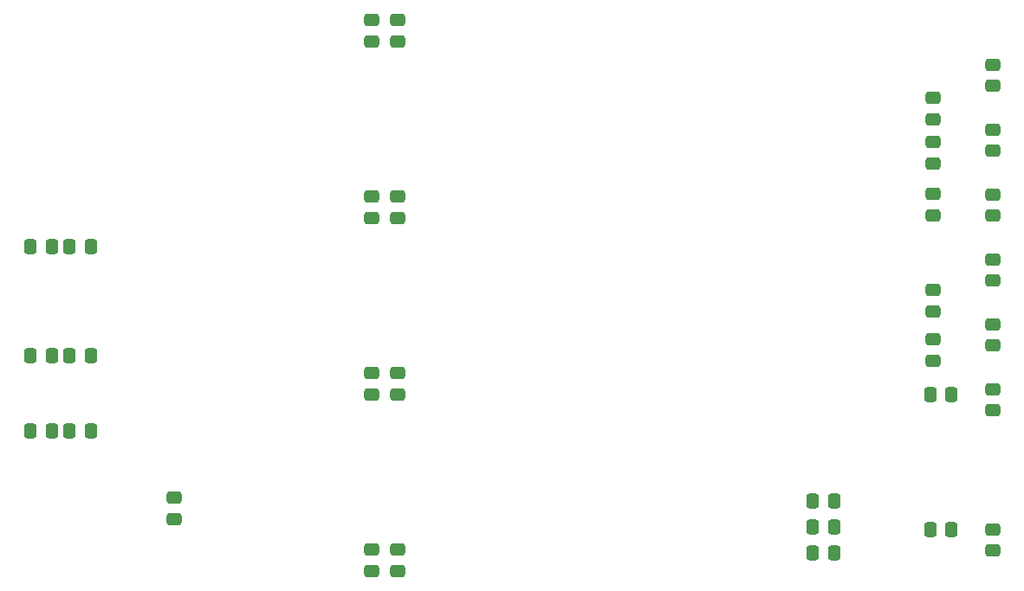
<source format=gbr>
%TF.GenerationSoftware,KiCad,Pcbnew,6.0.4-6f826c9f35~116~ubuntu21.10.1*%
%TF.CreationDate,2022-04-20T19:24:38+02:00*%
%TF.ProjectId,Interco_nucleo_4couches,496e7465-7263-46f5-9f6e-75636c656f5f,rev?*%
%TF.SameCoordinates,Original*%
%TF.FileFunction,Paste,Bot*%
%TF.FilePolarity,Positive*%
%FSLAX46Y46*%
G04 Gerber Fmt 4.6, Leading zero omitted, Abs format (unit mm)*
G04 Created by KiCad (PCBNEW 6.0.4-6f826c9f35~116~ubuntu21.10.1) date 2022-04-20 19:24:38*
%MOMM*%
%LPD*%
G01*
G04 APERTURE LIST*
G04 Aperture macros list*
%AMRoundRect*
0 Rectangle with rounded corners*
0 $1 Rounding radius*
0 $2 $3 $4 $5 $6 $7 $8 $9 X,Y pos of 4 corners*
0 Add a 4 corners polygon primitive as box body*
4,1,4,$2,$3,$4,$5,$6,$7,$8,$9,$2,$3,0*
0 Add four circle primitives for the rounded corners*
1,1,$1+$1,$2,$3*
1,1,$1+$1,$4,$5*
1,1,$1+$1,$6,$7*
1,1,$1+$1,$8,$9*
0 Add four rect primitives between the rounded corners*
20,1,$1+$1,$2,$3,$4,$5,0*
20,1,$1+$1,$4,$5,$6,$7,0*
20,1,$1+$1,$6,$7,$8,$9,0*
20,1,$1+$1,$8,$9,$2,$3,0*%
G04 Aperture macros list end*
%ADD10RoundRect,0.250000X-0.337500X-0.475000X0.337500X-0.475000X0.337500X0.475000X-0.337500X0.475000X0*%
%ADD11RoundRect,0.250000X0.475000X-0.337500X0.475000X0.337500X-0.475000X0.337500X-0.475000X-0.337500X0*%
%ADD12RoundRect,0.250000X0.337500X0.475000X-0.337500X0.475000X-0.337500X-0.475000X0.337500X-0.475000X0*%
G04 APERTURE END LIST*
D10*
%TO.C,R44*%
X123698000Y-112014000D03*
X125773000Y-112014000D03*
%TD*%
D11*
%TO.C,R33*%
X129794000Y-74973000D03*
X129794000Y-72898000D03*
%TD*%
%TO.C,R34*%
X123952000Y-81280000D03*
X123952000Y-79205000D03*
%TD*%
%TO.C,R32*%
X123952000Y-76200000D03*
X123952000Y-74125000D03*
%TD*%
D12*
%TO.C,R48*%
X114300000Y-109220000D03*
X112225000Y-109220000D03*
%TD*%
D11*
%TO.C,R10*%
X71628000Y-116078000D03*
X71628000Y-114003000D03*
%TD*%
D12*
%TO.C,R46*%
X41656000Y-102362000D03*
X39581000Y-102362000D03*
%TD*%
D10*
%TO.C,R47*%
X35771000Y-102362000D03*
X37846000Y-102362000D03*
%TD*%
%TO.C,R310*%
X123698000Y-98806000D03*
X125773000Y-98806000D03*
%TD*%
D12*
%TO.C,R49*%
X114300000Y-111760000D03*
X112225000Y-111760000D03*
%TD*%
D11*
%TO.C,R21*%
X69088000Y-64262000D03*
X69088000Y-62187000D03*
%TD*%
%TO.C,R11*%
X69088000Y-116078000D03*
X69088000Y-114003000D03*
%TD*%
%TO.C,R16*%
X49784000Y-110998000D03*
X49784000Y-108923000D03*
%TD*%
%TO.C,R14*%
X71628000Y-81534000D03*
X71628000Y-79459000D03*
%TD*%
D10*
%TO.C,R43*%
X35771000Y-94996000D03*
X37846000Y-94996000D03*
%TD*%
D12*
%TO.C,R40*%
X41656000Y-84328000D03*
X39581000Y-84328000D03*
%TD*%
D11*
%TO.C,R13*%
X69088000Y-98806000D03*
X69088000Y-96731000D03*
%TD*%
D12*
%TO.C,R42*%
X41656000Y-94996000D03*
X39581000Y-94996000D03*
%TD*%
%TO.C,R410*%
X114300000Y-114300000D03*
X112225000Y-114300000D03*
%TD*%
D11*
%TO.C,R31*%
X129794000Y-68623000D03*
X129794000Y-66548000D03*
%TD*%
%TO.C,R36*%
X123952000Y-90678000D03*
X123952000Y-88603000D03*
%TD*%
%TO.C,R35*%
X129794000Y-81323000D03*
X129794000Y-79248000D03*
%TD*%
%TO.C,R15*%
X69088000Y-81534000D03*
X69088000Y-79459000D03*
%TD*%
%TO.C,R20*%
X71628000Y-64262000D03*
X71628000Y-62187000D03*
%TD*%
%TO.C,R30*%
X123952000Y-71882000D03*
X123952000Y-69807000D03*
%TD*%
%TO.C,R37*%
X129794000Y-87673000D03*
X129794000Y-85598000D03*
%TD*%
D10*
%TO.C,R41*%
X35771000Y-84328000D03*
X37846000Y-84328000D03*
%TD*%
D11*
%TO.C,R39*%
X129794000Y-94023000D03*
X129794000Y-91948000D03*
%TD*%
%TO.C,R12*%
X71628000Y-98806000D03*
X71628000Y-96731000D03*
%TD*%
%TO.C,R45*%
X129794000Y-114089000D03*
X129794000Y-112014000D03*
%TD*%
%TO.C,R311*%
X129794000Y-100373000D03*
X129794000Y-98298000D03*
%TD*%
%TO.C,R38*%
X123952000Y-95504000D03*
X123952000Y-93429000D03*
%TD*%
M02*

</source>
